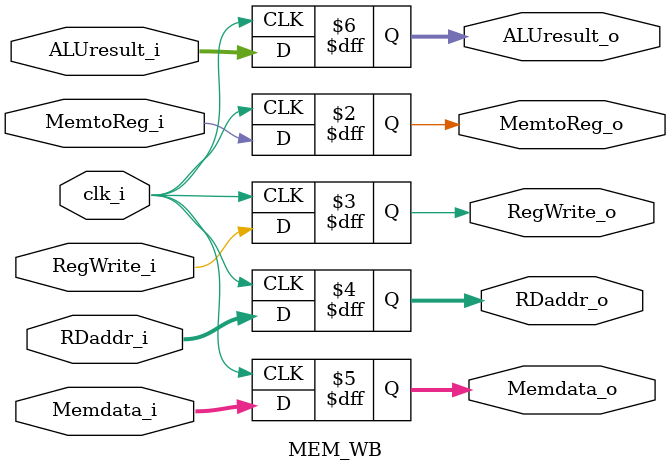
<source format=v>
module MEM_WB
(
    clk_i,
    MemtoReg_i,
    RegWrite_i,

    Memdata_i,
    ALUresult_i,
    RDaddr_i,

    MemtoReg_o,
    RegWrite_o,

    Memdata_o,
    ALUresult_o,
    RDaddr_o
);

// Ports
input               clk_i, MemtoReg_i, RegWrite_i;
input   [4:0]       RDaddr_i;
input   [31:0]      Memdata_i, ALUresult_i;
output				MemtoReg_o, RegWrite_o;
output  [4:0]       RDaddr_o;
output  [31:0]      Memdata_o, ALUresult_o;

reg					MemtoReg_o, RegWrite_o;
reg  [4:0]       	RDaddr_o;
reg  [31:0]      	Memdata_o, ALUresult_o;

always@(posedge clk_i) begin
    MemtoReg_o <= MemtoReg_i;
    RegWrite_o <= RegWrite_i;
    RDaddr_o <= RDaddr_i;
    Memdata_o <= Memdata_i;
    ALUresult_o <= ALUresult_i;
end

endmodule

</source>
